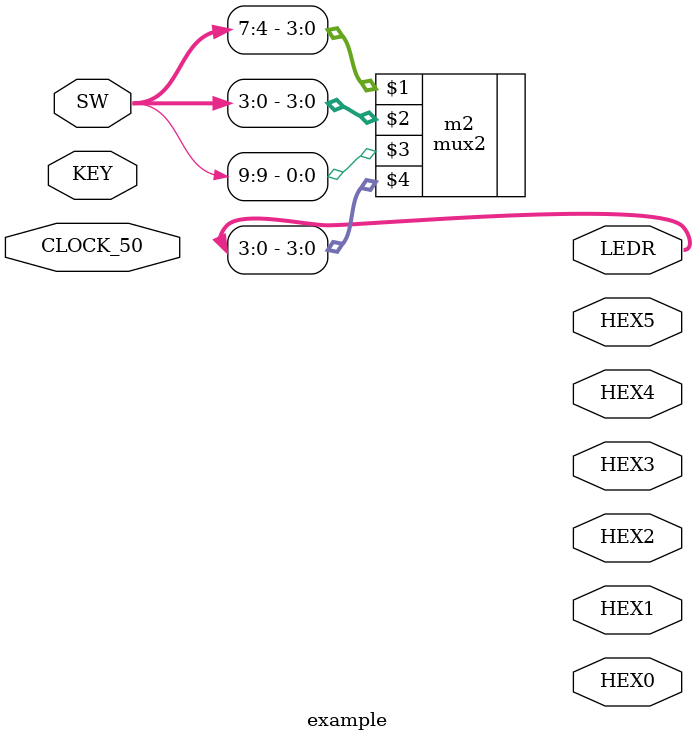
<source format=v>
module example( input CLOCK_50,
                output    [6:0] HEX0,
	          output    [6:0] HEX1,
	          output    [6:0] HEX2,
	          output    [6:0] HEX3,
	          output    [6:0] HEX4,
	          output    [6:0] HEX5,
                input     [3:0] KEY,
                output    [9:0] LEDR,
                input     [9:0] SW);

mux2 m2   (SW[7:4], SW[3:0], SW[9], LEDR[3:0]);

endmodule 
</source>
